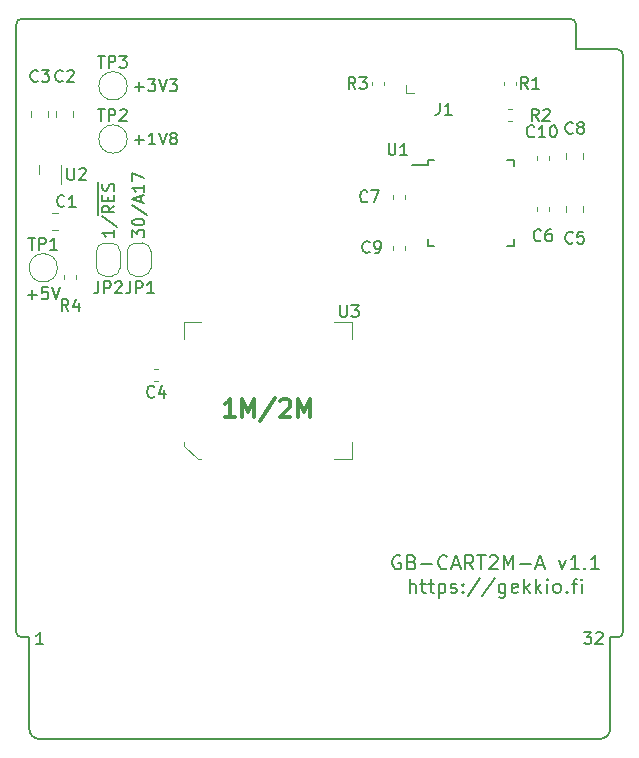
<source format=gbr>
G04 #@! TF.GenerationSoftware,KiCad,Pcbnew,5.1.2-f72e74a~84~ubuntu19.04.1*
G04 #@! TF.CreationDate,2019-06-20T20:29:00+03:00*
G04 #@! TF.ProjectId,GB-CART2M-A,47422d43-4152-4543-924d-2d412e6b6963,v1.1*
G04 #@! TF.SameCoordinates,Original*
G04 #@! TF.FileFunction,Legend,Top*
G04 #@! TF.FilePolarity,Positive*
%FSLAX46Y46*%
G04 Gerber Fmt 4.6, Leading zero omitted, Abs format (unit mm)*
G04 Created by KiCad (PCBNEW 5.1.2-f72e74a~84~ubuntu19.04.1) date 2019-06-20 20:29:00*
%MOMM*%
%LPD*%
G04 APERTURE LIST*
%ADD10C,0.150000*%
%ADD11C,0.300000*%
%ADD12C,0.200000*%
%ADD13C,0.120000*%
G04 APERTURE END LIST*
D10*
X74800000Y-91400000D02*
G75*
G02X74300000Y-90900000I0J500000D01*
G01*
X74300000Y-39500000D02*
G75*
G02X74800000Y-39000000I500000J0D01*
G01*
X121200000Y-39000000D02*
G75*
G02X121700000Y-39500000I0J-500000D01*
G01*
X125200000Y-41600000D02*
G75*
G02X125700000Y-42100000I0J-500000D01*
G01*
X125700000Y-90900000D02*
G75*
G02X125200000Y-91400000I-500000J0D01*
G01*
X76300000Y-100000000D02*
G75*
G02X75400000Y-99100000I0J900000D01*
G01*
X124600000Y-99100000D02*
G75*
G02X123700000Y-100000000I-900000J0D01*
G01*
D11*
X92814285Y-72728571D02*
X91957142Y-72728571D01*
X92385714Y-72728571D02*
X92385714Y-71228571D01*
X92242857Y-71442857D01*
X92100000Y-71585714D01*
X91957142Y-71657142D01*
X93457142Y-72728571D02*
X93457142Y-71228571D01*
X93957142Y-72300000D01*
X94457142Y-71228571D01*
X94457142Y-72728571D01*
X96242857Y-71157142D02*
X94957142Y-73085714D01*
X96671428Y-71371428D02*
X96742857Y-71300000D01*
X96885714Y-71228571D01*
X97242857Y-71228571D01*
X97385714Y-71300000D01*
X97457142Y-71371428D01*
X97528571Y-71514285D01*
X97528571Y-71657142D01*
X97457142Y-71871428D01*
X96600000Y-72728571D01*
X97528571Y-72728571D01*
X98171428Y-72728571D02*
X98171428Y-71228571D01*
X98671428Y-72300000D01*
X99171428Y-71228571D01*
X99171428Y-72728571D01*
D10*
X75264285Y-62371428D02*
X76026190Y-62371428D01*
X75645238Y-62752380D02*
X75645238Y-61990476D01*
X76978571Y-61752380D02*
X76502380Y-61752380D01*
X76454761Y-62228571D01*
X76502380Y-62180952D01*
X76597619Y-62133333D01*
X76835714Y-62133333D01*
X76930952Y-62180952D01*
X76978571Y-62228571D01*
X77026190Y-62323809D01*
X77026190Y-62561904D01*
X76978571Y-62657142D01*
X76930952Y-62704761D01*
X76835714Y-62752380D01*
X76597619Y-62752380D01*
X76502380Y-62704761D01*
X76454761Y-62657142D01*
X77311904Y-61752380D02*
X77645238Y-62752380D01*
X77978571Y-61752380D01*
X84335595Y-49271428D02*
X85097500Y-49271428D01*
X84716547Y-49652380D02*
X84716547Y-48890476D01*
X86097500Y-49652380D02*
X85526071Y-49652380D01*
X85811785Y-49652380D02*
X85811785Y-48652380D01*
X85716547Y-48795238D01*
X85621309Y-48890476D01*
X85526071Y-48938095D01*
X86383214Y-48652380D02*
X86716547Y-49652380D01*
X87049880Y-48652380D01*
X87526071Y-49080952D02*
X87430833Y-49033333D01*
X87383214Y-48985714D01*
X87335595Y-48890476D01*
X87335595Y-48842857D01*
X87383214Y-48747619D01*
X87430833Y-48700000D01*
X87526071Y-48652380D01*
X87716547Y-48652380D01*
X87811785Y-48700000D01*
X87859404Y-48747619D01*
X87907023Y-48842857D01*
X87907023Y-48890476D01*
X87859404Y-48985714D01*
X87811785Y-49033333D01*
X87716547Y-49080952D01*
X87526071Y-49080952D01*
X87430833Y-49128571D01*
X87383214Y-49176190D01*
X87335595Y-49271428D01*
X87335595Y-49461904D01*
X87383214Y-49557142D01*
X87430833Y-49604761D01*
X87526071Y-49652380D01*
X87716547Y-49652380D01*
X87811785Y-49604761D01*
X87859404Y-49557142D01*
X87907023Y-49461904D01*
X87907023Y-49271428D01*
X87859404Y-49176190D01*
X87811785Y-49128571D01*
X87716547Y-49080952D01*
X84335595Y-44771428D02*
X85097500Y-44771428D01*
X84716547Y-45152380D02*
X84716547Y-44390476D01*
X85478452Y-44152380D02*
X86097500Y-44152380D01*
X85764166Y-44533333D01*
X85907023Y-44533333D01*
X86002261Y-44580952D01*
X86049880Y-44628571D01*
X86097500Y-44723809D01*
X86097500Y-44961904D01*
X86049880Y-45057142D01*
X86002261Y-45104761D01*
X85907023Y-45152380D01*
X85621309Y-45152380D01*
X85526071Y-45104761D01*
X85478452Y-45057142D01*
X86383214Y-44152380D02*
X86716547Y-45152380D01*
X87049880Y-44152380D01*
X87287976Y-44152380D02*
X87907023Y-44152380D01*
X87573690Y-44533333D01*
X87716547Y-44533333D01*
X87811785Y-44580952D01*
X87859404Y-44628571D01*
X87907023Y-44723809D01*
X87907023Y-44961904D01*
X87859404Y-45057142D01*
X87811785Y-45104761D01*
X87716547Y-45152380D01*
X87430833Y-45152380D01*
X87335595Y-45104761D01*
X87287976Y-45057142D01*
X84152380Y-57509642D02*
X84152380Y-56890595D01*
X84533333Y-57223928D01*
X84533333Y-57081071D01*
X84580952Y-56985833D01*
X84628571Y-56938214D01*
X84723809Y-56890595D01*
X84961904Y-56890595D01*
X85057142Y-56938214D01*
X85104761Y-56985833D01*
X85152380Y-57081071D01*
X85152380Y-57366785D01*
X85104761Y-57462023D01*
X85057142Y-57509642D01*
X84152380Y-56271547D02*
X84152380Y-56176309D01*
X84200000Y-56081071D01*
X84247619Y-56033452D01*
X84342857Y-55985833D01*
X84533333Y-55938214D01*
X84771428Y-55938214D01*
X84961904Y-55985833D01*
X85057142Y-56033452D01*
X85104761Y-56081071D01*
X85152380Y-56176309D01*
X85152380Y-56271547D01*
X85104761Y-56366785D01*
X85057142Y-56414404D01*
X84961904Y-56462023D01*
X84771428Y-56509642D01*
X84533333Y-56509642D01*
X84342857Y-56462023D01*
X84247619Y-56414404D01*
X84200000Y-56366785D01*
X84152380Y-56271547D01*
X84104761Y-54795357D02*
X85390476Y-55652500D01*
X84866666Y-54509642D02*
X84866666Y-54033452D01*
X85152380Y-54604880D02*
X84152380Y-54271547D01*
X85152380Y-53938214D01*
X85152380Y-53081071D02*
X85152380Y-53652500D01*
X85152380Y-53366785D02*
X84152380Y-53366785D01*
X84295238Y-53462023D01*
X84390476Y-53557261D01*
X84438095Y-53652500D01*
X84152380Y-52747738D02*
X84152380Y-52081071D01*
X85152380Y-52509642D01*
X82602380Y-56890595D02*
X82602380Y-57462023D01*
X82602380Y-57176309D02*
X81602380Y-57176309D01*
X81745238Y-57271547D01*
X81840476Y-57366785D01*
X81888095Y-57462023D01*
X81554761Y-55747738D02*
X82840476Y-56604880D01*
X81235000Y-55652500D02*
X81235000Y-54652500D01*
X82602380Y-54842976D02*
X82126190Y-55176309D01*
X82602380Y-55414404D02*
X81602380Y-55414404D01*
X81602380Y-55033452D01*
X81650000Y-54938214D01*
X81697619Y-54890595D01*
X81792857Y-54842976D01*
X81935714Y-54842976D01*
X82030952Y-54890595D01*
X82078571Y-54938214D01*
X82126190Y-55033452D01*
X82126190Y-55414404D01*
X81235000Y-54652500D02*
X81235000Y-53747738D01*
X82078571Y-54414404D02*
X82078571Y-54081071D01*
X82602380Y-53938214D02*
X82602380Y-54414404D01*
X81602380Y-54414404D01*
X81602380Y-53938214D01*
X81235000Y-53747738D02*
X81235000Y-52795357D01*
X82554761Y-53557261D02*
X82602380Y-53414404D01*
X82602380Y-53176309D01*
X82554761Y-53081071D01*
X82507142Y-53033452D01*
X82411904Y-52985833D01*
X82316666Y-52985833D01*
X82221428Y-53033452D01*
X82173809Y-53081071D01*
X82126190Y-53176309D01*
X82078571Y-53366785D01*
X82030952Y-53462023D01*
X81983333Y-53509642D01*
X81888095Y-53557261D01*
X81792857Y-53557261D01*
X81697619Y-53509642D01*
X81650000Y-53462023D01*
X81602380Y-53366785D01*
X81602380Y-53128690D01*
X81650000Y-52985833D01*
D12*
X106842857Y-84500000D02*
X106728571Y-84442857D01*
X106557142Y-84442857D01*
X106385714Y-84500000D01*
X106271428Y-84614285D01*
X106214285Y-84728571D01*
X106157142Y-84957142D01*
X106157142Y-85128571D01*
X106214285Y-85357142D01*
X106271428Y-85471428D01*
X106385714Y-85585714D01*
X106557142Y-85642857D01*
X106671428Y-85642857D01*
X106842857Y-85585714D01*
X106900000Y-85528571D01*
X106900000Y-85128571D01*
X106671428Y-85128571D01*
X107814285Y-85014285D02*
X107985714Y-85071428D01*
X108042857Y-85128571D01*
X108100000Y-85242857D01*
X108100000Y-85414285D01*
X108042857Y-85528571D01*
X107985714Y-85585714D01*
X107871428Y-85642857D01*
X107414285Y-85642857D01*
X107414285Y-84442857D01*
X107814285Y-84442857D01*
X107928571Y-84500000D01*
X107985714Y-84557142D01*
X108042857Y-84671428D01*
X108042857Y-84785714D01*
X107985714Y-84900000D01*
X107928571Y-84957142D01*
X107814285Y-85014285D01*
X107414285Y-85014285D01*
X108614285Y-85185714D02*
X109528571Y-85185714D01*
X110785714Y-85528571D02*
X110728571Y-85585714D01*
X110557142Y-85642857D01*
X110442857Y-85642857D01*
X110271428Y-85585714D01*
X110157142Y-85471428D01*
X110100000Y-85357142D01*
X110042857Y-85128571D01*
X110042857Y-84957142D01*
X110100000Y-84728571D01*
X110157142Y-84614285D01*
X110271428Y-84500000D01*
X110442857Y-84442857D01*
X110557142Y-84442857D01*
X110728571Y-84500000D01*
X110785714Y-84557142D01*
X111242857Y-85300000D02*
X111814285Y-85300000D01*
X111128571Y-85642857D02*
X111528571Y-84442857D01*
X111928571Y-85642857D01*
X113014285Y-85642857D02*
X112614285Y-85071428D01*
X112328571Y-85642857D02*
X112328571Y-84442857D01*
X112785714Y-84442857D01*
X112900000Y-84500000D01*
X112957142Y-84557142D01*
X113014285Y-84671428D01*
X113014285Y-84842857D01*
X112957142Y-84957142D01*
X112900000Y-85014285D01*
X112785714Y-85071428D01*
X112328571Y-85071428D01*
X113357142Y-84442857D02*
X114042857Y-84442857D01*
X113700000Y-85642857D02*
X113700000Y-84442857D01*
X114385714Y-84557142D02*
X114442857Y-84500000D01*
X114557142Y-84442857D01*
X114842857Y-84442857D01*
X114957142Y-84500000D01*
X115014285Y-84557142D01*
X115071428Y-84671428D01*
X115071428Y-84785714D01*
X115014285Y-84957142D01*
X114328571Y-85642857D01*
X115071428Y-85642857D01*
X115585714Y-85642857D02*
X115585714Y-84442857D01*
X115985714Y-85300000D01*
X116385714Y-84442857D01*
X116385714Y-85642857D01*
X116957142Y-85185714D02*
X117871428Y-85185714D01*
X118385714Y-85300000D02*
X118957142Y-85300000D01*
X118271428Y-85642857D02*
X118671428Y-84442857D01*
X119071428Y-85642857D01*
X120271428Y-84842857D02*
X120557142Y-85642857D01*
X120842857Y-84842857D01*
X121928571Y-85642857D02*
X121242857Y-85642857D01*
X121585714Y-85642857D02*
X121585714Y-84442857D01*
X121471428Y-84614285D01*
X121357142Y-84728571D01*
X121242857Y-84785714D01*
X122442857Y-85528571D02*
X122500000Y-85585714D01*
X122442857Y-85642857D01*
X122385714Y-85585714D01*
X122442857Y-85528571D01*
X122442857Y-85642857D01*
X123642857Y-85642857D02*
X122957142Y-85642857D01*
X123300000Y-85642857D02*
X123300000Y-84442857D01*
X123185714Y-84614285D01*
X123071428Y-84728571D01*
X122957142Y-84785714D01*
X107614285Y-87642857D02*
X107614285Y-86442857D01*
X108128571Y-87642857D02*
X108128571Y-87014285D01*
X108071428Y-86900000D01*
X107957142Y-86842857D01*
X107785714Y-86842857D01*
X107671428Y-86900000D01*
X107614285Y-86957142D01*
X108528571Y-86842857D02*
X108985714Y-86842857D01*
X108700000Y-86442857D02*
X108700000Y-87471428D01*
X108757142Y-87585714D01*
X108871428Y-87642857D01*
X108985714Y-87642857D01*
X109214285Y-86842857D02*
X109671428Y-86842857D01*
X109385714Y-86442857D02*
X109385714Y-87471428D01*
X109442857Y-87585714D01*
X109557142Y-87642857D01*
X109671428Y-87642857D01*
X110071428Y-86842857D02*
X110071428Y-88042857D01*
X110071428Y-86900000D02*
X110185714Y-86842857D01*
X110414285Y-86842857D01*
X110528571Y-86900000D01*
X110585714Y-86957142D01*
X110642857Y-87071428D01*
X110642857Y-87414285D01*
X110585714Y-87528571D01*
X110528571Y-87585714D01*
X110414285Y-87642857D01*
X110185714Y-87642857D01*
X110071428Y-87585714D01*
X111100000Y-87585714D02*
X111214285Y-87642857D01*
X111442857Y-87642857D01*
X111557142Y-87585714D01*
X111614285Y-87471428D01*
X111614285Y-87414285D01*
X111557142Y-87300000D01*
X111442857Y-87242857D01*
X111271428Y-87242857D01*
X111157142Y-87185714D01*
X111100000Y-87071428D01*
X111100000Y-87014285D01*
X111157142Y-86900000D01*
X111271428Y-86842857D01*
X111442857Y-86842857D01*
X111557142Y-86900000D01*
X112128571Y-87528571D02*
X112185714Y-87585714D01*
X112128571Y-87642857D01*
X112071428Y-87585714D01*
X112128571Y-87528571D01*
X112128571Y-87642857D01*
X112128571Y-86900000D02*
X112185714Y-86957142D01*
X112128571Y-87014285D01*
X112071428Y-86957142D01*
X112128571Y-86900000D01*
X112128571Y-87014285D01*
X113557142Y-86385714D02*
X112528571Y-87928571D01*
X114814285Y-86385714D02*
X113785714Y-87928571D01*
X115728571Y-86842857D02*
X115728571Y-87814285D01*
X115671428Y-87928571D01*
X115614285Y-87985714D01*
X115500000Y-88042857D01*
X115328571Y-88042857D01*
X115214285Y-87985714D01*
X115728571Y-87585714D02*
X115614285Y-87642857D01*
X115385714Y-87642857D01*
X115271428Y-87585714D01*
X115214285Y-87528571D01*
X115157142Y-87414285D01*
X115157142Y-87071428D01*
X115214285Y-86957142D01*
X115271428Y-86900000D01*
X115385714Y-86842857D01*
X115614285Y-86842857D01*
X115728571Y-86900000D01*
X116757142Y-87585714D02*
X116642857Y-87642857D01*
X116414285Y-87642857D01*
X116300000Y-87585714D01*
X116242857Y-87471428D01*
X116242857Y-87014285D01*
X116300000Y-86900000D01*
X116414285Y-86842857D01*
X116642857Y-86842857D01*
X116757142Y-86900000D01*
X116814285Y-87014285D01*
X116814285Y-87128571D01*
X116242857Y-87242857D01*
X117328571Y-87642857D02*
X117328571Y-86442857D01*
X117442857Y-87185714D02*
X117785714Y-87642857D01*
X117785714Y-86842857D02*
X117328571Y-87300000D01*
X118300000Y-87642857D02*
X118300000Y-86442857D01*
X118414285Y-87185714D02*
X118757142Y-87642857D01*
X118757142Y-86842857D02*
X118300000Y-87300000D01*
X119271428Y-87642857D02*
X119271428Y-86842857D01*
X119271428Y-86442857D02*
X119214285Y-86500000D01*
X119271428Y-86557142D01*
X119328571Y-86500000D01*
X119271428Y-86442857D01*
X119271428Y-86557142D01*
X120014285Y-87642857D02*
X119900000Y-87585714D01*
X119842857Y-87528571D01*
X119785714Y-87414285D01*
X119785714Y-87071428D01*
X119842857Y-86957142D01*
X119900000Y-86900000D01*
X120014285Y-86842857D01*
X120185714Y-86842857D01*
X120300000Y-86900000D01*
X120357142Y-86957142D01*
X120414285Y-87071428D01*
X120414285Y-87414285D01*
X120357142Y-87528571D01*
X120300000Y-87585714D01*
X120185714Y-87642857D01*
X120014285Y-87642857D01*
X120928571Y-87528571D02*
X120985714Y-87585714D01*
X120928571Y-87642857D01*
X120871428Y-87585714D01*
X120928571Y-87528571D01*
X120928571Y-87642857D01*
X121328571Y-86842857D02*
X121785714Y-86842857D01*
X121500000Y-87642857D02*
X121500000Y-86614285D01*
X121557142Y-86500000D01*
X121671428Y-86442857D01*
X121785714Y-86442857D01*
X122185714Y-87642857D02*
X122185714Y-86842857D01*
X122185714Y-86442857D02*
X122128571Y-86500000D01*
X122185714Y-86557142D01*
X122242857Y-86500000D01*
X122185714Y-86442857D01*
X122185714Y-86557142D01*
D10*
X121700000Y-39500000D02*
X121700000Y-41600000D01*
X74800000Y-39000000D02*
X121200000Y-39000000D01*
X125200000Y-41600000D02*
X121700000Y-41600000D01*
X74300000Y-90900000D02*
X74300000Y-39500000D01*
X75400000Y-91400000D02*
X74800000Y-91400000D01*
X75400000Y-99100000D02*
X75400000Y-91400000D01*
X125700000Y-90900000D02*
X125700000Y-42100000D01*
X124600000Y-91400000D02*
X125200000Y-91400000D01*
X124600000Y-99100000D02*
X124600000Y-91400000D01*
X76300000Y-100000000D02*
X123700000Y-100000000D01*
D13*
X107960000Y-45270000D02*
X107325000Y-45270000D01*
X107325000Y-45270000D02*
X107325000Y-44635000D01*
X86325511Y-68695960D02*
X85999953Y-68695960D01*
X86325511Y-69715960D02*
X85999953Y-69715960D01*
X118390000Y-54937221D02*
X118390000Y-55262779D01*
X119410000Y-54937221D02*
X119410000Y-55262779D01*
X107210000Y-54262779D02*
X107210000Y-53937221D01*
X106190000Y-54262779D02*
X106190000Y-53937221D01*
X106190000Y-58237221D02*
X106190000Y-58562779D01*
X107210000Y-58237221D02*
X107210000Y-58562779D01*
X119410000Y-50962779D02*
X119410000Y-50637221D01*
X118390000Y-50962779D02*
X118390000Y-50637221D01*
X79110000Y-47358578D02*
X79110000Y-46841422D01*
X77690000Y-47358578D02*
X77690000Y-46841422D01*
X77010000Y-47358578D02*
X77010000Y-46841422D01*
X75590000Y-47358578D02*
X75590000Y-46841422D01*
X120890000Y-54841422D02*
X120890000Y-55358578D01*
X122310000Y-54841422D02*
X122310000Y-55358578D01*
X122310000Y-50858578D02*
X122310000Y-50341422D01*
X120890000Y-50858578D02*
X120890000Y-50341422D01*
X77341422Y-56860000D02*
X77858578Y-56860000D01*
X77341422Y-55440000D02*
X77858578Y-55440000D01*
X83100000Y-58700000D02*
X83100000Y-60100000D01*
X82400000Y-60800000D02*
X81800000Y-60800000D01*
X81100000Y-60100000D02*
X81100000Y-58700000D01*
X81800000Y-58000000D02*
X82400000Y-58000000D01*
X82400000Y-58000000D02*
G75*
G02X83100000Y-58700000I0J-700000D01*
G01*
X81100000Y-58700000D02*
G75*
G02X81800000Y-58000000I700000J0D01*
G01*
X81800000Y-60800000D02*
G75*
G02X81100000Y-60100000I0J700000D01*
G01*
X83100000Y-60100000D02*
G75*
G02X82400000Y-60800000I-700000J0D01*
G01*
X85700000Y-58700000D02*
X85700000Y-60100000D01*
X85000000Y-60800000D02*
X84400000Y-60800000D01*
X83700000Y-60100000D02*
X83700000Y-58700000D01*
X84400000Y-58000000D02*
X85000000Y-58000000D01*
X85000000Y-58000000D02*
G75*
G02X85700000Y-58700000I0J-700000D01*
G01*
X83700000Y-58700000D02*
G75*
G02X84400000Y-58000000I700000J0D01*
G01*
X84400000Y-60800000D02*
G75*
G02X83700000Y-60100000I0J700000D01*
G01*
X85700000Y-60100000D02*
G75*
G02X85000000Y-60800000I-700000J0D01*
G01*
X78060000Y-53000000D02*
X78060000Y-51400000D01*
X76240000Y-52200000D02*
X76240000Y-51400000D01*
X89689950Y-76330960D02*
X89972732Y-76330960D01*
X88517732Y-75158742D02*
X89689950Y-76330960D01*
X88517732Y-74875960D02*
X88517732Y-75158742D01*
X102707732Y-64680960D02*
X101252732Y-64680960D01*
X102707732Y-66135960D02*
X102707732Y-64680960D01*
X102707732Y-76330960D02*
X101252732Y-76330960D01*
X102707732Y-74875960D02*
X102707732Y-76330960D01*
X88517732Y-64680960D02*
X89972732Y-64680960D01*
X88517732Y-66135960D02*
X88517732Y-64680960D01*
D10*
X109175000Y-51400000D02*
X107800000Y-51400000D01*
X116425000Y-50975000D02*
X115900000Y-50975000D01*
X116425000Y-58225000D02*
X115900000Y-58225000D01*
X109175000Y-58225000D02*
X109700000Y-58225000D01*
X109175000Y-50975000D02*
X109700000Y-50975000D01*
X109175000Y-58225000D02*
X109175000Y-57700000D01*
X116425000Y-58225000D02*
X116425000Y-57700000D01*
X116425000Y-50975000D02*
X116425000Y-51500000D01*
X109175000Y-50975000D02*
X109175000Y-51400000D01*
D13*
X115590000Y-44337221D02*
X115590000Y-44662779D01*
X116610000Y-44337221D02*
X116610000Y-44662779D01*
X116262779Y-46690000D02*
X115937221Y-46690000D01*
X116262779Y-47710000D02*
X115937221Y-47710000D01*
X105410000Y-44662779D02*
X105410000Y-44337221D01*
X104390000Y-44662779D02*
X104390000Y-44337221D01*
X78390000Y-60737221D02*
X78390000Y-61062779D01*
X79410000Y-60737221D02*
X79410000Y-61062779D01*
X83700000Y-44700000D02*
G75*
G03X83700000Y-44700000I-1200000J0D01*
G01*
X77800000Y-60100000D02*
G75*
G03X77800000Y-60100000I-1200000J0D01*
G01*
X83700000Y-49200000D02*
G75*
G03X83700000Y-49200000I-1200000J0D01*
G01*
D10*
X110166666Y-46152380D02*
X110166666Y-46866666D01*
X110119047Y-47009523D01*
X110023809Y-47104761D01*
X109880952Y-47152380D01*
X109785714Y-47152380D01*
X111166666Y-47152380D02*
X110595238Y-47152380D01*
X110880952Y-47152380D02*
X110880952Y-46152380D01*
X110785714Y-46295238D01*
X110690476Y-46390476D01*
X110595238Y-46438095D01*
X85996065Y-70993102D02*
X85948446Y-71040721D01*
X85805589Y-71088340D01*
X85710351Y-71088340D01*
X85567493Y-71040721D01*
X85472255Y-70945483D01*
X85424636Y-70850245D01*
X85377017Y-70659769D01*
X85377017Y-70516912D01*
X85424636Y-70326436D01*
X85472255Y-70231198D01*
X85567493Y-70135960D01*
X85710351Y-70088340D01*
X85805589Y-70088340D01*
X85948446Y-70135960D01*
X85996065Y-70183579D01*
X86853208Y-70421674D02*
X86853208Y-71088340D01*
X86615112Y-70040721D02*
X86377017Y-70755007D01*
X86996065Y-70755007D01*
X118733333Y-57757142D02*
X118685714Y-57804761D01*
X118542857Y-57852380D01*
X118447619Y-57852380D01*
X118304761Y-57804761D01*
X118209523Y-57709523D01*
X118161904Y-57614285D01*
X118114285Y-57423809D01*
X118114285Y-57280952D01*
X118161904Y-57090476D01*
X118209523Y-56995238D01*
X118304761Y-56900000D01*
X118447619Y-56852380D01*
X118542857Y-56852380D01*
X118685714Y-56900000D01*
X118733333Y-56947619D01*
X119590476Y-56852380D02*
X119400000Y-56852380D01*
X119304761Y-56900000D01*
X119257142Y-56947619D01*
X119161904Y-57090476D01*
X119114285Y-57280952D01*
X119114285Y-57661904D01*
X119161904Y-57757142D01*
X119209523Y-57804761D01*
X119304761Y-57852380D01*
X119495238Y-57852380D01*
X119590476Y-57804761D01*
X119638095Y-57757142D01*
X119685714Y-57661904D01*
X119685714Y-57423809D01*
X119638095Y-57328571D01*
X119590476Y-57280952D01*
X119495238Y-57233333D01*
X119304761Y-57233333D01*
X119209523Y-57280952D01*
X119161904Y-57328571D01*
X119114285Y-57423809D01*
X104033333Y-54457142D02*
X103985714Y-54504761D01*
X103842857Y-54552380D01*
X103747619Y-54552380D01*
X103604761Y-54504761D01*
X103509523Y-54409523D01*
X103461904Y-54314285D01*
X103414285Y-54123809D01*
X103414285Y-53980952D01*
X103461904Y-53790476D01*
X103509523Y-53695238D01*
X103604761Y-53600000D01*
X103747619Y-53552380D01*
X103842857Y-53552380D01*
X103985714Y-53600000D01*
X104033333Y-53647619D01*
X104366666Y-53552380D02*
X105033333Y-53552380D01*
X104604761Y-54552380D01*
X104233333Y-58757142D02*
X104185714Y-58804761D01*
X104042857Y-58852380D01*
X103947619Y-58852380D01*
X103804761Y-58804761D01*
X103709523Y-58709523D01*
X103661904Y-58614285D01*
X103614285Y-58423809D01*
X103614285Y-58280952D01*
X103661904Y-58090476D01*
X103709523Y-57995238D01*
X103804761Y-57900000D01*
X103947619Y-57852380D01*
X104042857Y-57852380D01*
X104185714Y-57900000D01*
X104233333Y-57947619D01*
X104709523Y-58852380D02*
X104900000Y-58852380D01*
X104995238Y-58804761D01*
X105042857Y-58757142D01*
X105138095Y-58614285D01*
X105185714Y-58423809D01*
X105185714Y-58042857D01*
X105138095Y-57947619D01*
X105090476Y-57900000D01*
X104995238Y-57852380D01*
X104804761Y-57852380D01*
X104709523Y-57900000D01*
X104661904Y-57947619D01*
X104614285Y-58042857D01*
X104614285Y-58280952D01*
X104661904Y-58376190D01*
X104709523Y-58423809D01*
X104804761Y-58471428D01*
X104995238Y-58471428D01*
X105090476Y-58423809D01*
X105138095Y-58376190D01*
X105185714Y-58280952D01*
X118157142Y-48957142D02*
X118109523Y-49004761D01*
X117966666Y-49052380D01*
X117871428Y-49052380D01*
X117728571Y-49004761D01*
X117633333Y-48909523D01*
X117585714Y-48814285D01*
X117538095Y-48623809D01*
X117538095Y-48480952D01*
X117585714Y-48290476D01*
X117633333Y-48195238D01*
X117728571Y-48100000D01*
X117871428Y-48052380D01*
X117966666Y-48052380D01*
X118109523Y-48100000D01*
X118157142Y-48147619D01*
X119109523Y-49052380D02*
X118538095Y-49052380D01*
X118823809Y-49052380D02*
X118823809Y-48052380D01*
X118728571Y-48195238D01*
X118633333Y-48290476D01*
X118538095Y-48338095D01*
X119728571Y-48052380D02*
X119823809Y-48052380D01*
X119919047Y-48100000D01*
X119966666Y-48147619D01*
X120014285Y-48242857D01*
X120061904Y-48433333D01*
X120061904Y-48671428D01*
X120014285Y-48861904D01*
X119966666Y-48957142D01*
X119919047Y-49004761D01*
X119823809Y-49052380D01*
X119728571Y-49052380D01*
X119633333Y-49004761D01*
X119585714Y-48957142D01*
X119538095Y-48861904D01*
X119490476Y-48671428D01*
X119490476Y-48433333D01*
X119538095Y-48242857D01*
X119585714Y-48147619D01*
X119633333Y-48100000D01*
X119728571Y-48052380D01*
X78233333Y-44257142D02*
X78185714Y-44304761D01*
X78042857Y-44352380D01*
X77947619Y-44352380D01*
X77804761Y-44304761D01*
X77709523Y-44209523D01*
X77661904Y-44114285D01*
X77614285Y-43923809D01*
X77614285Y-43780952D01*
X77661904Y-43590476D01*
X77709523Y-43495238D01*
X77804761Y-43400000D01*
X77947619Y-43352380D01*
X78042857Y-43352380D01*
X78185714Y-43400000D01*
X78233333Y-43447619D01*
X78614285Y-43447619D02*
X78661904Y-43400000D01*
X78757142Y-43352380D01*
X78995238Y-43352380D01*
X79090476Y-43400000D01*
X79138095Y-43447619D01*
X79185714Y-43542857D01*
X79185714Y-43638095D01*
X79138095Y-43780952D01*
X78566666Y-44352380D01*
X79185714Y-44352380D01*
X76133333Y-44257142D02*
X76085714Y-44304761D01*
X75942857Y-44352380D01*
X75847619Y-44352380D01*
X75704761Y-44304761D01*
X75609523Y-44209523D01*
X75561904Y-44114285D01*
X75514285Y-43923809D01*
X75514285Y-43780952D01*
X75561904Y-43590476D01*
X75609523Y-43495238D01*
X75704761Y-43400000D01*
X75847619Y-43352380D01*
X75942857Y-43352380D01*
X76085714Y-43400000D01*
X76133333Y-43447619D01*
X76466666Y-43352380D02*
X77085714Y-43352380D01*
X76752380Y-43733333D01*
X76895238Y-43733333D01*
X76990476Y-43780952D01*
X77038095Y-43828571D01*
X77085714Y-43923809D01*
X77085714Y-44161904D01*
X77038095Y-44257142D01*
X76990476Y-44304761D01*
X76895238Y-44352380D01*
X76609523Y-44352380D01*
X76514285Y-44304761D01*
X76466666Y-44257142D01*
X121433333Y-57957142D02*
X121385714Y-58004761D01*
X121242857Y-58052380D01*
X121147619Y-58052380D01*
X121004761Y-58004761D01*
X120909523Y-57909523D01*
X120861904Y-57814285D01*
X120814285Y-57623809D01*
X120814285Y-57480952D01*
X120861904Y-57290476D01*
X120909523Y-57195238D01*
X121004761Y-57100000D01*
X121147619Y-57052380D01*
X121242857Y-57052380D01*
X121385714Y-57100000D01*
X121433333Y-57147619D01*
X122338095Y-57052380D02*
X121861904Y-57052380D01*
X121814285Y-57528571D01*
X121861904Y-57480952D01*
X121957142Y-57433333D01*
X122195238Y-57433333D01*
X122290476Y-57480952D01*
X122338095Y-57528571D01*
X122385714Y-57623809D01*
X122385714Y-57861904D01*
X122338095Y-57957142D01*
X122290476Y-58004761D01*
X122195238Y-58052380D01*
X121957142Y-58052380D01*
X121861904Y-58004761D01*
X121814285Y-57957142D01*
X121433333Y-48657142D02*
X121385714Y-48704761D01*
X121242857Y-48752380D01*
X121147619Y-48752380D01*
X121004761Y-48704761D01*
X120909523Y-48609523D01*
X120861904Y-48514285D01*
X120814285Y-48323809D01*
X120814285Y-48180952D01*
X120861904Y-47990476D01*
X120909523Y-47895238D01*
X121004761Y-47800000D01*
X121147619Y-47752380D01*
X121242857Y-47752380D01*
X121385714Y-47800000D01*
X121433333Y-47847619D01*
X122004761Y-48180952D02*
X121909523Y-48133333D01*
X121861904Y-48085714D01*
X121814285Y-47990476D01*
X121814285Y-47942857D01*
X121861904Y-47847619D01*
X121909523Y-47800000D01*
X122004761Y-47752380D01*
X122195238Y-47752380D01*
X122290476Y-47800000D01*
X122338095Y-47847619D01*
X122385714Y-47942857D01*
X122385714Y-47990476D01*
X122338095Y-48085714D01*
X122290476Y-48133333D01*
X122195238Y-48180952D01*
X122004761Y-48180952D01*
X121909523Y-48228571D01*
X121861904Y-48276190D01*
X121814285Y-48371428D01*
X121814285Y-48561904D01*
X121861904Y-48657142D01*
X121909523Y-48704761D01*
X122004761Y-48752380D01*
X122195238Y-48752380D01*
X122290476Y-48704761D01*
X122338095Y-48657142D01*
X122385714Y-48561904D01*
X122385714Y-48371428D01*
X122338095Y-48276190D01*
X122290476Y-48228571D01*
X122195238Y-48180952D01*
X78383333Y-54857142D02*
X78335714Y-54904761D01*
X78192857Y-54952380D01*
X78097619Y-54952380D01*
X77954761Y-54904761D01*
X77859523Y-54809523D01*
X77811904Y-54714285D01*
X77764285Y-54523809D01*
X77764285Y-54380952D01*
X77811904Y-54190476D01*
X77859523Y-54095238D01*
X77954761Y-54000000D01*
X78097619Y-53952380D01*
X78192857Y-53952380D01*
X78335714Y-54000000D01*
X78383333Y-54047619D01*
X79335714Y-54952380D02*
X78764285Y-54952380D01*
X79050000Y-54952380D02*
X79050000Y-53952380D01*
X78954761Y-54095238D01*
X78859523Y-54190476D01*
X78764285Y-54238095D01*
X76585714Y-91952380D02*
X76014285Y-91952380D01*
X76300000Y-91952380D02*
X76300000Y-90952380D01*
X76204761Y-91095238D01*
X76109523Y-91190476D01*
X76014285Y-91238095D01*
X122390476Y-90952380D02*
X123009523Y-90952380D01*
X122676190Y-91333333D01*
X122819047Y-91333333D01*
X122914285Y-91380952D01*
X122961904Y-91428571D01*
X123009523Y-91523809D01*
X123009523Y-91761904D01*
X122961904Y-91857142D01*
X122914285Y-91904761D01*
X122819047Y-91952380D01*
X122533333Y-91952380D01*
X122438095Y-91904761D01*
X122390476Y-91857142D01*
X123390476Y-91047619D02*
X123438095Y-91000000D01*
X123533333Y-90952380D01*
X123771428Y-90952380D01*
X123866666Y-91000000D01*
X123914285Y-91047619D01*
X123961904Y-91142857D01*
X123961904Y-91238095D01*
X123914285Y-91380952D01*
X123342857Y-91952380D01*
X123961904Y-91952380D01*
X81266666Y-61252380D02*
X81266666Y-61966666D01*
X81219047Y-62109523D01*
X81123809Y-62204761D01*
X80980952Y-62252380D01*
X80885714Y-62252380D01*
X81742857Y-62252380D02*
X81742857Y-61252380D01*
X82123809Y-61252380D01*
X82219047Y-61300000D01*
X82266666Y-61347619D01*
X82314285Y-61442857D01*
X82314285Y-61585714D01*
X82266666Y-61680952D01*
X82219047Y-61728571D01*
X82123809Y-61776190D01*
X81742857Y-61776190D01*
X82695238Y-61347619D02*
X82742857Y-61300000D01*
X82838095Y-61252380D01*
X83076190Y-61252380D01*
X83171428Y-61300000D01*
X83219047Y-61347619D01*
X83266666Y-61442857D01*
X83266666Y-61538095D01*
X83219047Y-61680952D01*
X82647619Y-62252380D01*
X83266666Y-62252380D01*
X83966666Y-61252380D02*
X83966666Y-61966666D01*
X83919047Y-62109523D01*
X83823809Y-62204761D01*
X83680952Y-62252380D01*
X83585714Y-62252380D01*
X84442857Y-62252380D02*
X84442857Y-61252380D01*
X84823809Y-61252380D01*
X84919047Y-61300000D01*
X84966666Y-61347619D01*
X85014285Y-61442857D01*
X85014285Y-61585714D01*
X84966666Y-61680952D01*
X84919047Y-61728571D01*
X84823809Y-61776190D01*
X84442857Y-61776190D01*
X85966666Y-62252380D02*
X85395238Y-62252380D01*
X85680952Y-62252380D02*
X85680952Y-61252380D01*
X85585714Y-61395238D01*
X85490476Y-61490476D01*
X85395238Y-61538095D01*
X78638095Y-51652380D02*
X78638095Y-52461904D01*
X78685714Y-52557142D01*
X78733333Y-52604761D01*
X78828571Y-52652380D01*
X79019047Y-52652380D01*
X79114285Y-52604761D01*
X79161904Y-52557142D01*
X79209523Y-52461904D01*
X79209523Y-51652380D01*
X79638095Y-51747619D02*
X79685714Y-51700000D01*
X79780952Y-51652380D01*
X80019047Y-51652380D01*
X80114285Y-51700000D01*
X80161904Y-51747619D01*
X80209523Y-51842857D01*
X80209523Y-51938095D01*
X80161904Y-52080952D01*
X79590476Y-52652380D01*
X80209523Y-52652380D01*
X101738095Y-63252380D02*
X101738095Y-64061904D01*
X101785714Y-64157142D01*
X101833333Y-64204761D01*
X101928571Y-64252380D01*
X102119047Y-64252380D01*
X102214285Y-64204761D01*
X102261904Y-64157142D01*
X102309523Y-64061904D01*
X102309523Y-63252380D01*
X102690476Y-63252380D02*
X103309523Y-63252380D01*
X102976190Y-63633333D01*
X103119047Y-63633333D01*
X103214285Y-63680952D01*
X103261904Y-63728571D01*
X103309523Y-63823809D01*
X103309523Y-64061904D01*
X103261904Y-64157142D01*
X103214285Y-64204761D01*
X103119047Y-64252380D01*
X102833333Y-64252380D01*
X102738095Y-64204761D01*
X102690476Y-64157142D01*
X105838095Y-49552380D02*
X105838095Y-50361904D01*
X105885714Y-50457142D01*
X105933333Y-50504761D01*
X106028571Y-50552380D01*
X106219047Y-50552380D01*
X106314285Y-50504761D01*
X106361904Y-50457142D01*
X106409523Y-50361904D01*
X106409523Y-49552380D01*
X107409523Y-50552380D02*
X106838095Y-50552380D01*
X107123809Y-50552380D02*
X107123809Y-49552380D01*
X107028571Y-49695238D01*
X106933333Y-49790476D01*
X106838095Y-49838095D01*
X117633333Y-44952380D02*
X117300000Y-44476190D01*
X117061904Y-44952380D02*
X117061904Y-43952380D01*
X117442857Y-43952380D01*
X117538095Y-44000000D01*
X117585714Y-44047619D01*
X117633333Y-44142857D01*
X117633333Y-44285714D01*
X117585714Y-44380952D01*
X117538095Y-44428571D01*
X117442857Y-44476190D01*
X117061904Y-44476190D01*
X118585714Y-44952380D02*
X118014285Y-44952380D01*
X118300000Y-44952380D02*
X118300000Y-43952380D01*
X118204761Y-44095238D01*
X118109523Y-44190476D01*
X118014285Y-44238095D01*
X118533333Y-47652380D02*
X118200000Y-47176190D01*
X117961904Y-47652380D02*
X117961904Y-46652380D01*
X118342857Y-46652380D01*
X118438095Y-46700000D01*
X118485714Y-46747619D01*
X118533333Y-46842857D01*
X118533333Y-46985714D01*
X118485714Y-47080952D01*
X118438095Y-47128571D01*
X118342857Y-47176190D01*
X117961904Y-47176190D01*
X118914285Y-46747619D02*
X118961904Y-46700000D01*
X119057142Y-46652380D01*
X119295238Y-46652380D01*
X119390476Y-46700000D01*
X119438095Y-46747619D01*
X119485714Y-46842857D01*
X119485714Y-46938095D01*
X119438095Y-47080952D01*
X118866666Y-47652380D01*
X119485714Y-47652380D01*
X103033333Y-44952380D02*
X102700000Y-44476190D01*
X102461904Y-44952380D02*
X102461904Y-43952380D01*
X102842857Y-43952380D01*
X102938095Y-44000000D01*
X102985714Y-44047619D01*
X103033333Y-44142857D01*
X103033333Y-44285714D01*
X102985714Y-44380952D01*
X102938095Y-44428571D01*
X102842857Y-44476190D01*
X102461904Y-44476190D01*
X103366666Y-43952380D02*
X103985714Y-43952380D01*
X103652380Y-44333333D01*
X103795238Y-44333333D01*
X103890476Y-44380952D01*
X103938095Y-44428571D01*
X103985714Y-44523809D01*
X103985714Y-44761904D01*
X103938095Y-44857142D01*
X103890476Y-44904761D01*
X103795238Y-44952380D01*
X103509523Y-44952380D01*
X103414285Y-44904761D01*
X103366666Y-44857142D01*
X78733333Y-63752380D02*
X78400000Y-63276190D01*
X78161904Y-63752380D02*
X78161904Y-62752380D01*
X78542857Y-62752380D01*
X78638095Y-62800000D01*
X78685714Y-62847619D01*
X78733333Y-62942857D01*
X78733333Y-63085714D01*
X78685714Y-63180952D01*
X78638095Y-63228571D01*
X78542857Y-63276190D01*
X78161904Y-63276190D01*
X79590476Y-63085714D02*
X79590476Y-63752380D01*
X79352380Y-62704761D02*
X79114285Y-63419047D01*
X79733333Y-63419047D01*
X81238095Y-42154380D02*
X81809523Y-42154380D01*
X81523809Y-43154380D02*
X81523809Y-42154380D01*
X82142857Y-43154380D02*
X82142857Y-42154380D01*
X82523809Y-42154380D01*
X82619047Y-42202000D01*
X82666666Y-42249619D01*
X82714285Y-42344857D01*
X82714285Y-42487714D01*
X82666666Y-42582952D01*
X82619047Y-42630571D01*
X82523809Y-42678190D01*
X82142857Y-42678190D01*
X83047619Y-42154380D02*
X83666666Y-42154380D01*
X83333333Y-42535333D01*
X83476190Y-42535333D01*
X83571428Y-42582952D01*
X83619047Y-42630571D01*
X83666666Y-42725809D01*
X83666666Y-42963904D01*
X83619047Y-43059142D01*
X83571428Y-43106761D01*
X83476190Y-43154380D01*
X83190476Y-43154380D01*
X83095238Y-43106761D01*
X83047619Y-43059142D01*
X75338095Y-57554380D02*
X75909523Y-57554380D01*
X75623809Y-58554380D02*
X75623809Y-57554380D01*
X76242857Y-58554380D02*
X76242857Y-57554380D01*
X76623809Y-57554380D01*
X76719047Y-57602000D01*
X76766666Y-57649619D01*
X76814285Y-57744857D01*
X76814285Y-57887714D01*
X76766666Y-57982952D01*
X76719047Y-58030571D01*
X76623809Y-58078190D01*
X76242857Y-58078190D01*
X77766666Y-58554380D02*
X77195238Y-58554380D01*
X77480952Y-58554380D02*
X77480952Y-57554380D01*
X77385714Y-57697238D01*
X77290476Y-57792476D01*
X77195238Y-57840095D01*
X81238095Y-46654380D02*
X81809523Y-46654380D01*
X81523809Y-47654380D02*
X81523809Y-46654380D01*
X82142857Y-47654380D02*
X82142857Y-46654380D01*
X82523809Y-46654380D01*
X82619047Y-46702000D01*
X82666666Y-46749619D01*
X82714285Y-46844857D01*
X82714285Y-46987714D01*
X82666666Y-47082952D01*
X82619047Y-47130571D01*
X82523809Y-47178190D01*
X82142857Y-47178190D01*
X83095238Y-46749619D02*
X83142857Y-46702000D01*
X83238095Y-46654380D01*
X83476190Y-46654380D01*
X83571428Y-46702000D01*
X83619047Y-46749619D01*
X83666666Y-46844857D01*
X83666666Y-46940095D01*
X83619047Y-47082952D01*
X83047619Y-47654380D01*
X83666666Y-47654380D01*
M02*

</source>
